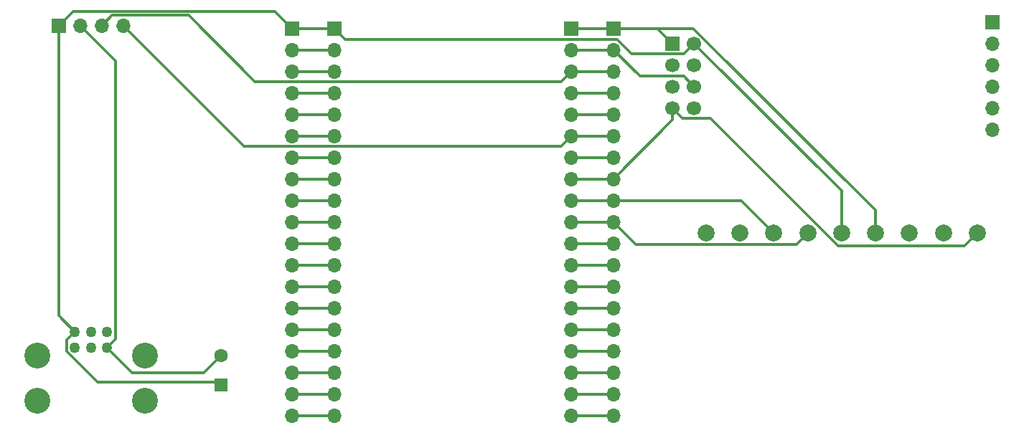
<source format=gbr>
%TF.GenerationSoftware,KiCad,Pcbnew,8.0.2*%
%TF.CreationDate,2024-06-06T15:06:54+02:00*%
%TF.ProjectId,3v radio,33762072-6164-4696-9f2e-6b696361645f,rev?*%
%TF.SameCoordinates,Original*%
%TF.FileFunction,Copper,L1,Top*%
%TF.FilePolarity,Positive*%
%FSLAX46Y46*%
G04 Gerber Fmt 4.6, Leading zero omitted, Abs format (unit mm)*
G04 Created by KiCad (PCBNEW 8.0.2) date 2024-06-06 15:06:54*
%MOMM*%
%LPD*%
G01*
G04 APERTURE LIST*
%TA.AperFunction,ComponentPad*%
%ADD10C,3.048000*%
%TD*%
%TA.AperFunction,ComponentPad*%
%ADD11C,1.270000*%
%TD*%
%TA.AperFunction,ComponentPad*%
%ADD12R,1.700000X1.700000*%
%TD*%
%TA.AperFunction,ComponentPad*%
%ADD13O,1.700000X1.700000*%
%TD*%
%TA.AperFunction,ComponentPad*%
%ADD14R,1.600000X1.600000*%
%TD*%
%TA.AperFunction,ComponentPad*%
%ADD15C,1.600000*%
%TD*%
%TA.AperFunction,ComponentPad*%
%ADD16C,1.700000*%
%TD*%
%TA.AperFunction,ComponentPad*%
%ADD17C,2.000000*%
%TD*%
%TA.AperFunction,Conductor*%
%ADD18C,0.300000*%
%TD*%
G04 APERTURE END LIST*
D10*
%TO.P,U2,*%
%TO.N,*%
X114728000Y-88901000D03*
X114728000Y-83567000D03*
X102028000Y-88901000D03*
X102028000Y-83567000D03*
D11*
%TO.P,U2,1,VCC_3.3V*%
%TO.N,Net-(ESP32-WROOM-32U1-3.3v)*%
X106473000Y-80773000D03*
%TO.P,U2,2,SCL*%
%TO.N,Net-(Oled_screen1-SCK)*%
X106473000Y-82678000D03*
%TO.P,U2,3,Detect_device*%
%TO.N,unconnected-(U2-Detect_device-Pad3)*%
X108378000Y-80773000D03*
%TO.P,U2,4,NC*%
%TO.N,unconnected-(U2-NC-Pad4)*%
X108378000Y-82678000D03*
%TO.P,U2,5,SDA*%
%TO.N,Net-(ESP32-WROOM-32U1-21)*%
X110283000Y-80773000D03*
%TO.P,U2,6,GND*%
%TO.N,Net-(NRF1-GND)*%
X110283000Y-82678000D03*
%TD*%
D12*
%TO.P,Oled_screen1,1,VCC*%
%TO.N,Net-(ESP32-WROOM-32U1-3.3v)*%
X104578000Y-44626000D03*
D13*
%TO.P,Oled_screen1,2,GND*%
%TO.N,Net-(NRF1-GND)*%
X107118000Y-44626000D03*
%TO.P,Oled_screen1,3,SCK*%
%TO.N,Net-(Oled_screen1-SCK)*%
X109658000Y-44626000D03*
%TO.P,Oled_screen1,4,SDA*%
%TO.N,Net-(ESP32-WROOM-32U1-21)*%
X112198000Y-44626000D03*
%TD*%
D14*
%TO.P,C1,1*%
%TO.N,Net-(ESP32-WROOM-32U1-3.3v)*%
X123698000Y-87066000D03*
D15*
%TO.P,C1,2*%
%TO.N,Net-(NRF1-GND)*%
X123698000Y-83566000D03*
%TD*%
D12*
%TO.P,ESP32-WROOM-32U1,1,3.3v*%
%TO.N,Net-(ESP32-WROOM-32U1-3.3v)*%
X132080000Y-44958000D03*
X137080000Y-44958000D03*
D13*
%TO.P,ESP32-WROOM-32U1,2,EN*%
%TO.N,unconnected-(ESP32-WROOM-32U1-EN-Pad2)*%
X132080000Y-47498000D03*
X137080000Y-47498000D03*
%TO.P,ESP32-WROOM-32U1,3,VP*%
%TO.N,unconnected-(ESP32-WROOM-32U1-VP-Pad3)*%
X132080000Y-50038000D03*
X137080000Y-50038000D03*
%TO.P,ESP32-WROOM-32U1,4,VN*%
%TO.N,unconnected-(ESP32-WROOM-32U1-VN-Pad4)*%
X132080000Y-52578000D03*
X137080000Y-52578000D03*
%TO.P,ESP32-WROOM-32U1,5,34*%
%TO.N,unconnected-(ESP32-WROOM-32U1-34-Pad5)*%
X132080000Y-55118000D03*
X137080000Y-55118000D03*
%TO.P,ESP32-WROOM-32U1,6,35*%
%TO.N,unconnected-(ESP32-WROOM-32U1-35-Pad6)*%
X132080000Y-57658000D03*
X137080000Y-57658000D03*
%TO.P,ESP32-WROOM-32U1,7,32*%
%TO.N,unconnected-(ESP32-WROOM-32U1-32-Pad7)*%
X132080000Y-60198000D03*
X137080000Y-60198000D03*
%TO.P,ESP32-WROOM-32U1,8,33*%
%TO.N,unconnected-(ESP32-WROOM-32U1-33-Pad8)*%
X132080000Y-62738000D03*
X137080000Y-62738000D03*
%TO.P,ESP32-WROOM-32U1,9,25*%
%TO.N,unconnected-(ESP32-WROOM-32U1-25-Pad9)*%
X132080000Y-65278000D03*
X137080000Y-65278000D03*
%TO.P,ESP32-WROOM-32U1,10,26*%
%TO.N,unconnected-(ESP32-WROOM-32U1-26-Pad10)*%
X132080000Y-67818000D03*
X137080000Y-67818000D03*
%TO.P,ESP32-WROOM-32U1,11,27*%
%TO.N,unconnected-(ESP32-WROOM-32U1-27-Pad11)*%
X132080000Y-70358000D03*
X137080000Y-70358000D03*
%TO.P,ESP32-WROOM-32U1,12,14*%
%TO.N,unconnected-(ESP32-WROOM-32U1-14-Pad12)*%
X132080000Y-72898000D03*
X137080000Y-72898000D03*
%TO.P,ESP32-WROOM-32U1,13,12*%
%TO.N,unconnected-(ESP32-WROOM-32U1-12-Pad13)*%
X132080000Y-75438000D03*
X137080000Y-75438000D03*
%TO.P,ESP32-WROOM-32U1,14,GND*%
%TO.N,unconnected-(ESP32-WROOM-32U1-GND-Pad14)*%
X132080000Y-77978000D03*
X137080000Y-77978000D03*
%TO.P,ESP32-WROOM-32U1,15,13*%
%TO.N,unconnected-(ESP32-WROOM-32U1-13-Pad15)*%
X132080000Y-80518000D03*
X137080000Y-80518000D03*
%TO.P,ESP32-WROOM-32U1,16,D2*%
%TO.N,unconnected-(ESP32-WROOM-32U1-D2-Pad16)*%
X132080000Y-83058000D03*
X137080000Y-83058000D03*
%TO.P,ESP32-WROOM-32U1,17,D3*%
%TO.N,unconnected-(ESP32-WROOM-32U1-D3-Pad17)*%
X132080000Y-85598000D03*
X137080000Y-85598000D03*
%TO.P,ESP32-WROOM-32U1,18,CMD*%
%TO.N,unconnected-(ESP32-WROOM-32U1-CMD-Pad18)*%
X132080000Y-88138000D03*
X137080000Y-88138000D03*
%TO.P,ESP32-WROOM-32U1,19,5V*%
%TO.N,unconnected-(ESP32-WROOM-32U1-5V-Pad19)*%
X132080000Y-90678000D03*
X137080000Y-90678000D03*
D12*
%TO.P,ESP32-WROOM-32U1,20,GND*%
%TO.N,Net-(NRF1-GND)*%
X165020000Y-44958000D03*
X170020000Y-44958000D03*
D13*
%TO.P,ESP32-WROOM-32U1,21,23*%
%TO.N,Net-(ESP32-WROOM-32U1-23)*%
X165020000Y-47498000D03*
X170020000Y-47498000D03*
%TO.P,ESP32-WROOM-32U1,22,22*%
%TO.N,Net-(Oled_screen1-SCK)*%
X165020000Y-50038000D03*
X170020000Y-50038000D03*
%TO.P,ESP32-WROOM-32U1,23,TX*%
%TO.N,unconnected-(ESP32-WROOM-32U1-TX-Pad23)*%
X165020000Y-52578000D03*
X170020000Y-52578000D03*
%TO.P,ESP32-WROOM-32U1,24,RX*%
%TO.N,unconnected-(ESP32-WROOM-32U1-RX-Pad24)*%
X165020000Y-55118000D03*
X170020000Y-55118000D03*
%TO.P,ESP32-WROOM-32U1,25,21*%
%TO.N,Net-(ESP32-WROOM-32U1-21)*%
X165020000Y-57658000D03*
X170020000Y-57658000D03*
%TO.P,ESP32-WROOM-32U1,26,GND*%
%TO.N,unconnected-(ESP32-WROOM-32U1-GND-Pad26)*%
X165020000Y-60198000D03*
X170020000Y-60198000D03*
%TO.P,ESP32-WROOM-32U1,27,19*%
%TO.N,Net-(ESP32-WROOM-32U1-19)*%
X165020000Y-62738000D03*
X170020000Y-62738000D03*
%TO.P,ESP32-WROOM-32U1,28,18*%
%TO.N,Net-(ESP32-WROOM-32U1-18)*%
X165020000Y-65278000D03*
X170020000Y-65278000D03*
%TO.P,ESP32-WROOM-32U1,29,5*%
%TO.N,Net-(ESP32-WROOM-32U1-5)*%
X165020000Y-67818000D03*
X170020000Y-67818000D03*
%TO.P,ESP32-WROOM-32U1,30,17*%
%TO.N,Net-(ESP32-WROOM-32U1-17)*%
X165020000Y-70358000D03*
X170020000Y-70358000D03*
%TO.P,ESP32-WROOM-32U1,31,16*%
%TO.N,Net-(ESP32-WROOM-32U1-16)*%
X165020000Y-72898000D03*
X170020000Y-72898000D03*
%TO.P,ESP32-WROOM-32U1,32,4*%
%TO.N,unconnected-(ESP32-WROOM-32U1-4-Pad32)*%
X165020000Y-75438000D03*
X170020000Y-75438000D03*
%TO.P,ESP32-WROOM-32U1,33,0*%
%TO.N,unconnected-(ESP32-WROOM-32U1-0-Pad33)*%
X165020000Y-77978000D03*
X170020000Y-77978000D03*
%TO.P,ESP32-WROOM-32U1,34,2*%
%TO.N,unconnected-(ESP32-WROOM-32U1-2-Pad34)*%
X165020000Y-80518000D03*
X170020000Y-80518000D03*
%TO.P,ESP32-WROOM-32U1,35,15*%
%TO.N,unconnected-(ESP32-WROOM-32U1-15-Pad35)*%
X165020000Y-83058000D03*
X170020000Y-83058000D03*
%TO.P,ESP32-WROOM-32U1,36,D1*%
%TO.N,unconnected-(ESP32-WROOM-32U1-D1-Pad36)*%
X165020000Y-85598000D03*
X170020000Y-85598000D03*
%TO.P,ESP32-WROOM-32U1,37,D0*%
%TO.N,unconnected-(ESP32-WROOM-32U1-D0-Pad37)*%
X165020000Y-88138000D03*
X170020000Y-88138000D03*
%TO.P,ESP32-WROOM-32U1,38,CLK*%
%TO.N,unconnected-(ESP32-WROOM-32U1-CLK-Pad38)*%
X165020000Y-90678000D03*
X170020000Y-90678000D03*
%TD*%
D12*
%TO.P,NRF1,*%
%TO.N,*%
X214724000Y-44196000D03*
D13*
X214724000Y-46736000D03*
X214724000Y-49276000D03*
X214724000Y-51816000D03*
X214724000Y-54356000D03*
X214724000Y-56896000D03*
D12*
%TO.P,NRF1,1,GND*%
%TO.N,Net-(NRF1-GND)*%
X176986000Y-46736000D03*
D16*
%TO.P,NRF1,2,VCC*%
%TO.N,Net-(ESP32-WROOM-32U1-3.3v)*%
X179526000Y-46736000D03*
%TO.P,NRF1,3,CE*%
%TO.N,Net-(ESP32-WROOM-32U1-16)*%
X176986000Y-49276000D03*
%TO.P,NRF1,4,~{CSN}*%
%TO.N,Net-(ESP32-WROOM-32U1-17)*%
X179526000Y-49276000D03*
%TO.P,NRF1,5,SCK*%
%TO.N,Net-(ESP32-WROOM-32U1-18)*%
X176986000Y-51816000D03*
%TO.P,NRF1,6,MOSI*%
%TO.N,Net-(ESP32-WROOM-32U1-23)*%
X179526000Y-51816000D03*
%TO.P,NRF1,7,MISO*%
%TO.N,Net-(ESP32-WROOM-32U1-19)*%
X176986000Y-54356000D03*
%TO.P,NRF1,8,IRQ*%
%TO.N,unconnected-(NRF1-IRQ-Pad8)*%
X179526000Y-54356000D03*
%TD*%
D17*
%TO.P,U3,1,DATA*%
%TO.N,Net-(ESP32-WROOM-32U1-19)*%
X212923625Y-69090500D03*
%TO.P,U3,2,CMD*%
%TO.N,Net-(ESP32-WROOM-32U1-23)*%
X208923625Y-69090500D03*
%TO.P,U3,3,MOTOR*%
%TO.N,unconnected-(U3-MOTOR-Pad3)*%
X204923625Y-69090500D03*
%TO.P,U3,4,GND*%
%TO.N,Net-(NRF1-GND)*%
X200923625Y-69090500D03*
%TO.P,U3,5,3.3V*%
%TO.N,Net-(ESP32-WROOM-32U1-3.3v)*%
X196923625Y-69090500D03*
%TO.P,U3,6,ATTN*%
%TO.N,Net-(ESP32-WROOM-32U1-5)*%
X192923625Y-69090500D03*
%TO.P,U3,7,CLK*%
%TO.N,Net-(ESP32-WROOM-32U1-18)*%
X188923625Y-69090500D03*
%TO.P,U3,8,NC*%
%TO.N,unconnected-(U3-NC-Pad8)*%
X184923625Y-69090500D03*
%TO.P,U3,9,ACK*%
%TO.N,unconnected-(U3-ACK-Pad9)*%
X180923625Y-69090500D03*
%TD*%
D18*
%TO.N,Net-(NRF1-GND)*%
X200923625Y-69090500D02*
X200923625Y-66436568D01*
X121666000Y-85598000D02*
X123698000Y-83566000D01*
X165020000Y-44958000D02*
X170020000Y-44958000D01*
X113203000Y-85598000D02*
X121666000Y-85598000D01*
X111268000Y-81693000D02*
X110283000Y-82678000D01*
X113203000Y-85598000D02*
X110283000Y-82678000D01*
X107118000Y-44626000D02*
X111268000Y-48776000D01*
X179445057Y-44958000D02*
X170020000Y-44958000D01*
X170020000Y-44958000D02*
X175208000Y-44958000D01*
X111268000Y-48776000D02*
X111268000Y-81693000D01*
X200923625Y-66436568D02*
X179445057Y-44958000D01*
X175208000Y-44958000D02*
X176986000Y-46736000D01*
%TO.N,Net-(ESP32-WROOM-32U1-3.3v)*%
X105488000Y-81758000D02*
X106473000Y-80773000D01*
X178326000Y-47936000D02*
X172155057Y-47936000D01*
X106278000Y-42926000D02*
X130048000Y-42926000D01*
X105488000Y-83086001D02*
X105488000Y-81758000D01*
X104578000Y-44626000D02*
X104578000Y-78878000D01*
X104578000Y-44626000D02*
X106278000Y-42926000D01*
X130048000Y-42926000D02*
X132080000Y-44958000D01*
X196923625Y-64133625D02*
X179526000Y-46736000D01*
X172155057Y-47936000D02*
X170447057Y-46228000D01*
X109117999Y-86716001D02*
X123348001Y-86716001D01*
X170447057Y-46228000D02*
X138350000Y-46228000D01*
X138350000Y-46228000D02*
X137080000Y-44958000D01*
X132080000Y-44958000D02*
X137080000Y-44958000D01*
X109117999Y-86716001D02*
X105488000Y-83086001D01*
X196923625Y-69090500D02*
X196923625Y-64133625D01*
X123348001Y-86716001D02*
X123698000Y-87066000D01*
X179526000Y-46736000D02*
X178326000Y-47936000D01*
X104578000Y-78878000D02*
X106473000Y-80773000D01*
X109149999Y-86748000D02*
X109117999Y-86716001D01*
%TO.N,unconnected-(ESP32-WROOM-32U1-2-Pad34)*%
X165020000Y-80518000D02*
X170020000Y-80518000D01*
%TO.N,unconnected-(ESP32-WROOM-32U1-CLK-Pad38)*%
X165020000Y-90678000D02*
X170020000Y-90678000D01*
%TO.N,Net-(ESP32-WROOM-32U1-17)*%
X165020000Y-70358000D02*
X170020000Y-70358000D01*
%TO.N,unconnected-(ESP32-WROOM-32U1-VP-Pad3)*%
X132080000Y-50038000D02*
X137080000Y-50038000D01*
%TO.N,unconnected-(ESP32-WROOM-32U1-33-Pad8)*%
X137080000Y-62738000D02*
X132080000Y-62738000D01*
%TO.N,unconnected-(ESP32-WROOM-32U1-D3-Pad17)*%
X132080000Y-85598000D02*
X137080000Y-85598000D01*
%TO.N,unconnected-(ESP32-WROOM-32U1-14-Pad12)*%
X137080000Y-72898000D02*
X132080000Y-72898000D01*
%TO.N,Net-(ESP32-WROOM-32U1-19)*%
X170020000Y-62738000D02*
X165020000Y-62738000D01*
X211402125Y-70612000D02*
X212923625Y-69090500D01*
X196535936Y-70612000D02*
X211402125Y-70612000D01*
X176986000Y-55772000D02*
X170020000Y-62738000D01*
X181479936Y-55556000D02*
X196535936Y-70612000D01*
X176986000Y-54356000D02*
X178186000Y-55556000D01*
X176986000Y-54356000D02*
X176986000Y-55772000D01*
X178186000Y-55556000D02*
X181479936Y-55556000D01*
%TO.N,unconnected-(ESP32-WROOM-32U1-27-Pad11)*%
X132080000Y-70358000D02*
X137080000Y-70358000D01*
%TO.N,unconnected-(ESP32-WROOM-32U1-4-Pad32)*%
X165020000Y-75438000D02*
X170020000Y-75438000D01*
%TO.N,Net-(Oled_screen1-SCK)*%
X119880000Y-43426000D02*
X127692000Y-51238000D01*
X163820000Y-51238000D02*
X165020000Y-50038000D01*
X110858000Y-43426000D02*
X119880000Y-43426000D01*
X127692000Y-51238000D02*
X163820000Y-51238000D01*
X165020000Y-50038000D02*
X170020000Y-50038000D01*
X109658000Y-44626000D02*
X110858000Y-43426000D01*
%TO.N,unconnected-(ESP32-WROOM-32U1-VN-Pad4)*%
X137080000Y-52578000D02*
X132080000Y-52578000D01*
%TO.N,unconnected-(ESP32-WROOM-32U1-34-Pad5)*%
X132080000Y-55118000D02*
X137080000Y-55118000D01*
%TO.N,Net-(ESP32-WROOM-32U1-5)*%
X172642500Y-70440500D02*
X170020000Y-67818000D01*
X192923625Y-69090500D02*
X191573625Y-70440500D01*
X170020000Y-67818000D02*
X165020000Y-67818000D01*
X191573625Y-70440500D02*
X172642500Y-70440500D01*
%TO.N,unconnected-(ESP32-WROOM-32U1-25-Pad9)*%
X132080000Y-65278000D02*
X137080000Y-65278000D01*
%TO.N,unconnected-(ESP32-WROOM-32U1-26-Pad10)*%
X137080000Y-67818000D02*
X132080000Y-67818000D01*
%TO.N,unconnected-(ESP32-WROOM-32U1-5V-Pad19)*%
X132080000Y-90678000D02*
X137080000Y-90678000D01*
%TO.N,unconnected-(ESP32-WROOM-32U1-EN-Pad2)*%
X137080000Y-47498000D02*
X132080000Y-47498000D01*
%TO.N,unconnected-(ESP32-WROOM-32U1-35-Pad6)*%
X137080000Y-57658000D02*
X132080000Y-57658000D01*
%TO.N,Net-(ESP32-WROOM-32U1-21)*%
X163820000Y-58858000D02*
X165020000Y-57658000D01*
X112198000Y-44626000D02*
X126430000Y-58858000D01*
X126430000Y-58858000D02*
X163820000Y-58858000D01*
X170020000Y-57658000D02*
X165020000Y-57658000D01*
%TO.N,unconnected-(ESP32-WROOM-32U1-15-Pad35)*%
X170020000Y-83058000D02*
X165020000Y-83058000D01*
%TO.N,unconnected-(ESP32-WROOM-32U1-32-Pad7)*%
X132080000Y-60198000D02*
X137080000Y-60198000D01*
%TO.N,unconnected-(ESP32-WROOM-32U1-0-Pad33)*%
X170020000Y-77978000D02*
X165020000Y-77978000D01*
%TO.N,unconnected-(ESP32-WROOM-32U1-RX-Pad24)*%
X165020000Y-55118000D02*
X170020000Y-55118000D01*
%TO.N,unconnected-(ESP32-WROOM-32U1-13-Pad15)*%
X132080000Y-80518000D02*
X137080000Y-80518000D01*
%TO.N,unconnected-(ESP32-WROOM-32U1-D2-Pad16)*%
X137080000Y-83058000D02*
X132080000Y-83058000D01*
%TO.N,unconnected-(ESP32-WROOM-32U1-CMD-Pad18)*%
X137080000Y-88138000D02*
X132080000Y-88138000D01*
%TO.N,unconnected-(ESP32-WROOM-32U1-12-Pad13)*%
X132080000Y-75438000D02*
X137080000Y-75438000D01*
%TO.N,unconnected-(ESP32-WROOM-32U1-GND-Pad14)*%
X137080000Y-77978000D02*
X132080000Y-77978000D01*
%TO.N,unconnected-(ESP32-WROOM-32U1-D1-Pad36)*%
X165020000Y-85598000D02*
X170020000Y-85598000D01*
%TO.N,Net-(ESP32-WROOM-32U1-23)*%
X178326000Y-50616000D02*
X173138000Y-50616000D01*
X179526000Y-51816000D02*
X178326000Y-50616000D01*
X173138000Y-50616000D02*
X170020000Y-47498000D01*
X170020000Y-47498000D02*
X165020000Y-47498000D01*
%TO.N,Net-(ESP32-WROOM-32U1-16)*%
X170020000Y-72898000D02*
X165020000Y-72898000D01*
%TO.N,unconnected-(ESP32-WROOM-32U1-GND-Pad26)*%
X165020000Y-60198000D02*
X170020000Y-60198000D01*
%TO.N,unconnected-(ESP32-WROOM-32U1-TX-Pad23)*%
X170020000Y-52578000D02*
X165020000Y-52578000D01*
%TO.N,unconnected-(ESP32-WROOM-32U1-D0-Pad37)*%
X170020000Y-88138000D02*
X165020000Y-88138000D01*
%TO.N,Net-(ESP32-WROOM-32U1-18)*%
X188923625Y-69090500D02*
X185111125Y-65278000D01*
X185111125Y-65278000D02*
X170020000Y-65278000D01*
X165020000Y-65278000D02*
X170020000Y-65278000D01*
%TD*%
M02*

</source>
